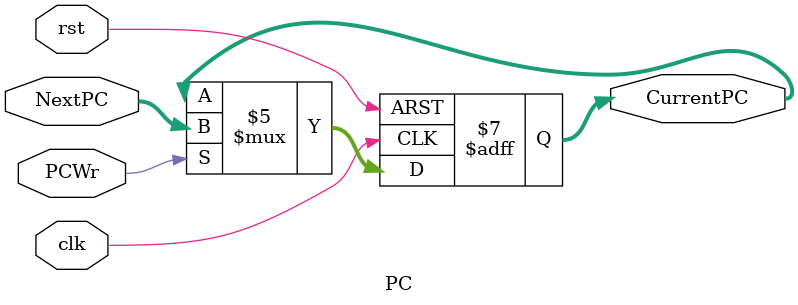
<source format=v>
module PC
#(parameter n = 32)//因为pc地址只需要10位
(
    input clk,
    input rst,
    input PCWr,
    input [n-1:0]NextPC,
    output reg[n-1:0]CurrentPC
);

always @(posedge clk ,posedge rst) begin
    if(rst==1'b1)CurrentPC<=32'h0000_3000;
    else begin
      if(PCWr==1'b1)CurrentPC<=NextPC;
      else CurrentPC<=CurrentPC;
    end
end

endmodule
</source>
